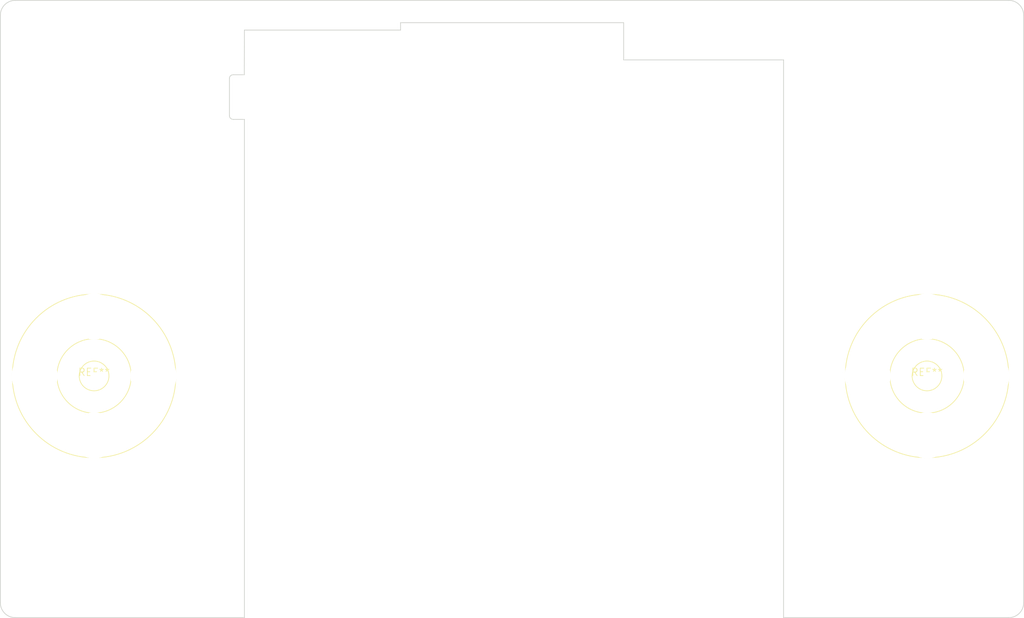
<source format=kicad_pcb>
(kicad_pcb (version 20221018) (generator pcbnew)
  (layers (0 "F.Cu" signal) (31 "B.Cu" signal) (34 "B.Paste" user) (35 "F.Paste" user) (36 "B.SilkS" user "B.Silkscreen") (37 "F.SilkS" user "F.Silkscreen") (38 "B.Mask" user) (39 "F.Mask" user) (44 "Edge.Cuts" user))
  (net 0 "")
  (footprint "MountingHole:MountingHole_2.2mm_M2" (layer "F.Cu") (at 104 28)
    (fp_text reference "REF**" hide)
    (fp_text value "MountingHole_2.2mm_M2" hide)
    (pad "" np_thru_hole circle (at 0 0) (size 2.2 2.2) (drill 2.2) (layers "*.Cu" "*.Mask"))
  )
  (footprint "MountingHole:MountingHole_3.2mm_M3" (layer "F.Cu") (at 108.95 34.59)
    (fp_text reference "REF**" hide)
    (fp_text value "MountingHole_3.2mm_M3" hide)
    (pad "" np_thru_hole circle (at 0 0) (size 3.2 3.2) (drill 3.2) (layers "*.Cu" "*.Mask"))
  )
  (footprint "MountingHole:MountingHole_3.2mm_M3" (layer "F.Cu") (at 107.8 83.18)
    (fp_text reference "REF**" hide)
    (fp_text value "MountingHole_3.2mm_M3" hide)
    (pad "" np_thru_hole circle (at 0 0) (size 3.2 3.2) (drill 3.2) (layers "*.Cu" "*.Mask"))
  )
  (footprint "MountingHole:MountingHole_3.2mm_M3" (layer "F.Cu") (at 226.63 34.59)
    (fp_text reference "REF**" hide)
    (fp_text value "MountingHole_3.2mm_M3" hide)
    (pad "" np_thru_hole circle (at 0 0) (size 3.2 3.2) (drill 3.2) (layers "*.Cu" "*.Mask"))
  )
  (footprint "MountingHole:MountingHole_3.2mm_M3" (layer "F.Cu") (at 232 96)
    (fp_text reference "REF**" hide)
    (fp_text value "MountingHole_3.2mm_M3" hide)
    (pad "" np_thru_hole circle (at 0 0) (size 3.2 3.2) (drill 3.2) (layers "*.Cu" "*.Mask"))
  )
  (footprint "MountingHole:MountingHole_2.2mm_M2" (layer "F.Cu") (at 232 90)
    (fp_text reference "REF**" hide)
    (fp_text value "MountingHole_2.2mm_M2" hide)
    (pad "" np_thru_hole circle (at 0 0) (size 2.2 2.2) (drill 2.2) (layers "*.Cu" "*.Mask"))
  )
  (footprint "MountingHole:MountingHole_2.2mm_M2" (layer "F.Cu") (at 104 90)
    (fp_text reference "REF**" hide)
    (fp_text value "MountingHole_2.2mm_M2" hide)
    (pad "" np_thru_hole circle (at 0 0) (size 2.2 2.2) (drill 2.2) (layers "*.Cu" "*.Mask"))
  )
  (footprint "MountingHole:MountingHole_3.2mm_M3" (layer "F.Cu") (at 104 21)
    (fp_text reference "REF**" hide)
    (fp_text value "MountingHole_3.2mm_M3" hide)
    (pad "" np_thru_hole circle (at 0 0) (size 3.2 3.2) (drill 3.2) (layers "*.Cu" "*.Mask"))
  )
  (footprint "MechanicalParts:flange-4mm-rod" (layer "F.Cu") (at 223.8 67.5)
    (fp_text reference "REF**" (at 0 -0.5 unlocked) (layer "F.SilkS") (effects (font (thickness 0.1))))
    (fp_text value "flange-4mm-rod")
    (fp_circle (center 0 0) (end 2 0) (stroke (width 0.1)) (fill none) (layer "F.SilkS"))
    (fp_circle (center 0 0) (end 5 0) (stroke (width 0.1)) (fill none) (layer "F.SilkS"))
    (fp_circle (center 0 0) (end 11 0) (stroke (width 0.1)) (fill none) (layer "F.SilkS"))
    (pad "" np_thru_hole circle (at -8 0) (size 6.2 6.2) (drill 6.2) (layers "F&B.Cu" "*.Mask"))
    (pad "" np_thru_hole circle (at 0 -8) (size 6.2 6.2) (drill 6.2) (layers "F&B.Cu" "*.Mask"))
    (pad "" np_thru_hole circle (at 0 0) (size 1 1) (drill 1) (layers "F&B.Cu" "*.Mask"))
    (pad "" np_thru_hole circle (at 0 8) (size 6.2 6.2) (drill 6.2) (layers "F&B.Cu" "*.Mask"))
    (pad "" np_thru_hole circle (at 8 0) (size 6.2 6.2) (drill 6.2) (layers "F&B.Cu" "*.Mask"))
  )
  (footprint "MountingHole:MountingHole_3.2mm_M3" (layer "F.Cu") (at 226.63 51.12)
    (fp_text reference "REF**" hide)
    (fp_text value "MountingHole_3.2mm_M3" hide)
    (pad "" np_thru_hole circle (at 0 0) (size 3.2 3.2) (drill 3.2) (layers "*.Cu" "*.Mask"))
  )
  (footprint "MountingHole:MountingHole_3.2mm_M3" (layer "F.Cu") (at 108.86 51.12)
    (fp_text reference "REF**" hide)
    (fp_text value "MountingHole_3.2mm_M3" hide)
    (pad "" np_thru_hole circle (at 0 0) (size 3.2 3.2) (drill 3.2) (layers "*.Cu" "*.Mask"))
  )
  (footprint "MountingHole:MountingHole_3.2mm_M3" (layer "F.Cu") (at 227.72 83.18)
    (fp_text reference "REF**" hide)
    (fp_text value "MountingHole_3.2mm_M3" hide)
    (pad "" np_thru_hole circle (at 0 0) (size 3.2 3.2) (drill 3.2) (layers "*.Cu" "*.Mask"))
  )
  (footprint "MountingHole:MountingHole_3.2mm_M3" (layer "F.Cu") (at 232 21.5)
    (fp_text reference "REF**" hide)
    (fp_text value "MountingHole_3.2mm_M3" hide)
    (pad "" np_thru_hole circle (at 0 0) (size 3.2 3.2) (drill 3.2) (layers "*.Cu" "*.Mask"))
  )
  (footprint "MountingHole:MountingHole_2.2mm_M2" (layer "F.Cu") (at 232 28)
    (fp_text reference "REF**" hide)
    (fp_text value "MountingHole_2.2mm_M2" hide)
    (pad "" np_thru_hole circle (at 0 0) (size 2.2 2.2) (drill 2.2) (layers "*.Cu" "*.Mask"))
  )
  (footprint "MountingHole:MountingHole_3.2mm_M3" (layer "F.Cu") (at 104 96.5)
    (fp_text reference "REF**" hide)
    (fp_text value "MountingHole_3.2mm_M3" hide)
    (pad "" np_thru_hole circle (at 0 0) (size 3.2 3.2) (drill 3.2) (layers "*.Cu" "*.Mask"))
  )
  (footprint "MechanicalParts:flange-4mm-rod" (layer "F.Cu") (at 111.8 67.5)
    (fp_text reference "REF**" (at 0 -0.5 unlocked) (layer "F.SilkS") (effects (font (thickness 0.1))))
    (fp_text value "flange-4mm-rod")
    (fp_circle (center 0 0) (end 2 0) (stroke (width 0.1)) (fill none) (layer "F.SilkS"))
    (fp_circle (center 0 0) (end 5 0) (stroke (width 0.1)) (fill none) (layer "F.SilkS"))
    (fp_circle (center 0 0) (end 11 0) (stroke (width 0.1)) (fill none) (layer "F.SilkS"))
    (pad "" np_thru_hole circle (at -8 0) (size 6.2 6.2) (drill 6.2) (layers "F&B.Cu" "*.Mask"))
    (pad "" np_thru_hole circle (at 0 -8) (size 6.2 6.2) (drill 6.2) (layers "F&B.Cu" "*.Mask"))
    (pad "" np_thru_hole circle (at 0 0) (size 1 1) (drill 1) (layers "F&B.Cu" "*.Mask"))
    (pad "" np_thru_hole circle (at 0 8) (size 6.2 6.2) (drill 6.2) (layers "F&B.Cu" "*.Mask"))
    (pad "" np_thru_hole circle (at 8 0) (size 6.2 6.2) (drill 6.2) (layers "F&B.Cu" "*.Mask"))
  )
  (gr_line (start 234.8 17) (end 101.200001 16.999999) (stroke (width 0.1)) (layer "Edge.Cuts"))
  (gr_line (start 132.014214 33) (end 132.014214 100) (stroke (width 0.1)) (layer "Edge.Cuts"))
  (gr_arc (start 234.8 17) (mid 236.2142 17.585792) (end 236.8 19) (stroke (width 0.1)) (layer "Edge.Cuts"))
  (gr_line (start 153.014214 21) (end 153.014214 20) (stroke (width 0.1)) (layer "Edge.Cuts"))
  (gr_line (start 101.200001 99.999999) (end 132.014214 100) (stroke (width 0.1)) (layer "Edge.Cuts"))
  (gr_line (start 130.5 33) (end 132.014214 33) (stroke (width 0.1)) (layer "Edge.Cuts"))
  (gr_line (start 204.514214 25) (end 204.514214 100) (stroke (width 0.1)) (layer "Edge.Cuts"))
  (gr_line (start 183.014214 25) (end 204.514214 25) (stroke (width 0.1)) (layer "Edge.Cuts"))
  (gr_line (start 132 27) (end 132.014214 21) (stroke (width 0.1)) (layer "Edge.Cuts"))
  (gr_line (start 130.5 27) (end 132 27) (stroke (width 0.1)) (layer "Edge.Cuts"))
  (gr_arc (start 99.200001 18.999999) (mid 99.785787 17.585785) (end 101.200001 16.999999) (stroke (width 0.1)) (layer "Edge.Cuts"))
  (gr_line (start 99.200001 18.999999) (end 99.200001 97.999999) (stroke (width 0.1)) (layer "Edge.Cuts"))
  (gr_arc (start 236.8 98) (mid 236.214209 99.414209) (end 234.8 100) (stroke (width 0.1)) (layer "Edge.Cuts"))
  (gr_line (start 204.514214 100) (end 234.8 100) (stroke (width 0.1)) (layer "Edge.Cuts"))
  (gr_line (start 183.014214 20) (end 183.014214 25) (stroke (width 0.1)) (layer "Edge.Cuts"))
  (gr_line (start 132.014214 21) (end 153.014214 21) (stroke (width 0.1)) (layer "Edge.Cuts"))
  (gr_arc (start 130 27.5) (mid 130.146447 27.146447) (end 130.5 27) (stroke (width 0.1)) (layer "Edge.Cuts"))
  (gr_arc (start 101.200001 99.999999) (mid 99.785787 99.414213) (end 99.200001 97.999999) (stroke (width 0.1)) (layer "Edge.Cuts"))
  (gr_line (start 183.014214 20) (end 153.014214 20) (stroke (width 0.1)) (layer "Edge.Cuts"))
  (gr_line (start 236.8 98) (end 236.8 19) (stroke (width 0.1)) (layer "Edge.Cuts"))
  (gr_line (start 130 32.5) (end 130 27.5) (stroke (width 0.1)) (layer "Edge.Cuts"))
  (gr_arc (start 130.5 33) (mid 130.146447 32.853553) (end 130 32.5) (stroke (width 0.1)) (layer "Edge.Cuts"))
)
</source>
